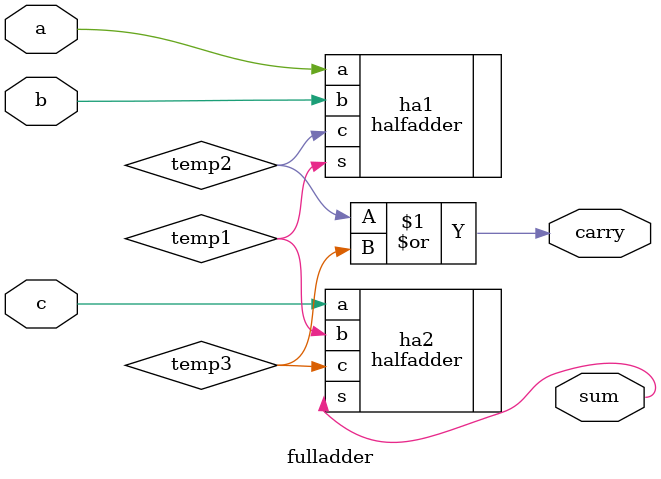
<source format=v>
module fulladder(
    input a,
    input b,
    input c,
    output sum,
    output carry
);
    wire temp1, temp2, temp3;

    halfadder ha1 (.s(temp1), .c(temp2), .a(a), .b(b));
    halfadder ha2 (.s(sum), .c(temp3), .a(c), .b(temp1));
    or gate1(carry, temp2, temp3);

endmodule

</source>
